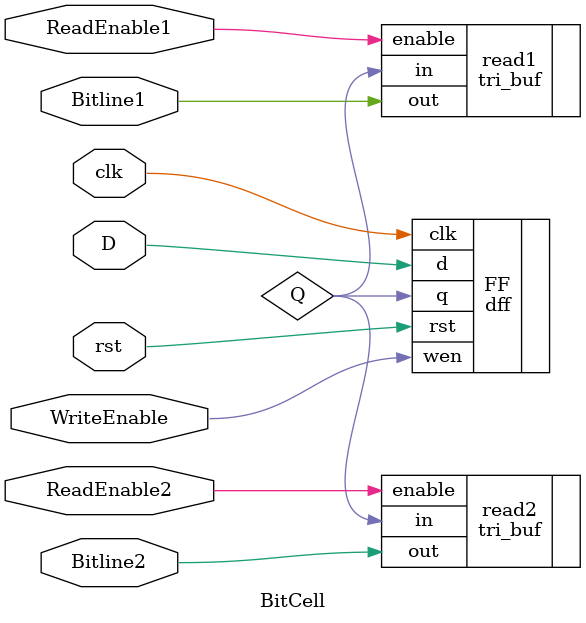
<source format=v>
module BitCell( input clk,  input rst, input D, input WriteEnable, input ReadEnable1, input ReadEnable2, inout Bitline1, inout Bitline2);
	wire Q;
	// Instantiate D-Flip-Flop
	dff FF(.q(Q), .d(D), .wen(WriteEnable), .clk(clk), .rst(rst));
	
	// Instantiate two tri-states
	tri_buf read1 (.in(Q), .out(Bitline1), .enable(ReadEnable1));
	tri_buf read2 (.in(Q), .out(Bitline2), .enable(ReadEnable2));
	
	
endmodule

</source>
